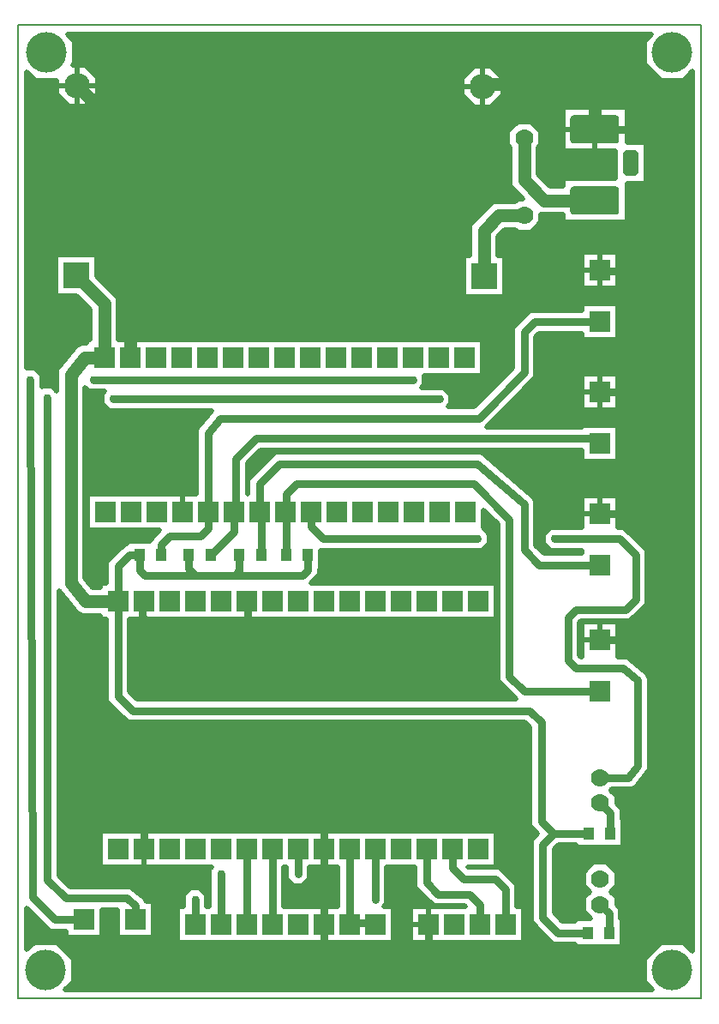
<source format=gbr>
G04 PROTEUS GERBER X2 FILE*
%TF.GenerationSoftware,Labcenter,Proteus,8.6-SP2-Build23525*%
%TF.CreationDate,2019-05-04T20:14:25+00:00*%
%TF.FileFunction,Copper,L1,Top*%
%TF.FilePolarity,Positive*%
%TF.Part,Single*%
%FSLAX45Y45*%
%MOMM*%
G01*
%TA.AperFunction,Conductor*%
%ADD10C,1.270000*%
%ADD11C,0.762000*%
%TA.AperFunction,ViaPad*%
%ADD12C,0.762000*%
%TA.AperFunction,Conductor*%
%ADD13C,0.508000*%
%TA.AperFunction,ComponentPad*%
%ADD14R,2.032000X2.032000*%
%TA.AperFunction,ComponentPad*%
%ADD15R,2.540000X2.540000*%
%ADD16C,2.540000*%
%AMPPAD007*
4,1,36,
-2.413000,-1.092200,
-2.413000,1.092200,
-2.406940,1.154520,
-2.389490,1.212160,
-2.361770,1.263980,
-2.324890,1.308890,
-2.279980,1.345760,
-2.228160,1.373480,
-2.170520,1.390930,
-2.108200,1.397000,
2.108200,1.397000,
2.170520,1.390930,
2.228160,1.373480,
2.279980,1.345760,
2.324890,1.308890,
2.361770,1.263980,
2.389490,1.212160,
2.406940,1.154520,
2.413000,1.092200,
2.413000,-1.092200,
2.406940,-1.154520,
2.389490,-1.212160,
2.361770,-1.263980,
2.324890,-1.308890,
2.279980,-1.345760,
2.228160,-1.373480,
2.170520,-1.390930,
2.108200,-1.397000,
-2.108200,-1.397000,
-2.170520,-1.390930,
-2.228160,-1.373480,
-2.279980,-1.345760,
-2.324890,-1.308890,
-2.361770,-1.263980,
-2.389490,-1.212160,
-2.406940,-1.154520,
-2.413000,-1.092200,
0*%
%TA.AperFunction,ComponentPad*%
%ADD17PPAD007*%
%AMDIL008*
4,1,8,
-0.762000,0.965200,-0.457200,1.270000,0.457200,1.270000,0.762000,0.965200,0.762000,-0.965200,
0.457200,-1.270000,-0.457200,-1.270000,-0.762000,-0.965200,-0.762000,0.965200,
0*%
%ADD18DIL008*%
%TA.AperFunction,ComponentPad*%
%ADD19C,1.778000*%
%TA.AperFunction,SMDPad,CuDef*%
%ADD70R,1.016000X1.270000*%
%TA.AperFunction,OtherPad,Unknown*%
%ADD71C,4.000000*%
%TA.AperFunction,Profile*%
%ADD20C,0.203200*%
%TD.AperFunction*%
G36*
X-4216199Y+6024405D02*
X-4216199Y+5795595D01*
X-4054405Y+5633801D01*
X-3825595Y+5633801D01*
X-3736359Y+5723037D01*
X-3736359Y-2963037D01*
X-3825595Y-2873801D01*
X-4054405Y-2873801D01*
X-4216199Y-3035595D01*
X-4216199Y-3264405D01*
X-4136963Y-3343641D01*
X-9933037Y-3343641D01*
X-9853801Y-3264405D01*
X-9853801Y-3035595D01*
X-10015595Y-2873801D01*
X-10244405Y-2873801D01*
X-10313641Y-2943037D01*
X-10313641Y-2538001D01*
X-10087343Y-2764299D01*
X-9927799Y-2764299D01*
X-9927799Y-2827799D01*
X-9572201Y-2827799D01*
X-9572201Y-2554299D01*
X-9419799Y-2554299D01*
X-9419799Y-2827799D01*
X-9064201Y-2827799D01*
X-9064201Y-2472201D01*
X-9133332Y-2472201D01*
X-9150400Y-2436814D01*
X-9290086Y-2325701D01*
X-9882657Y-2325701D01*
X-9995701Y-2212657D01*
X-9995701Y+590625D01*
X-9817411Y+376678D01*
X-9761093Y+350301D01*
X-9591799Y+350301D01*
X-9591799Y+312201D01*
X-9528299Y+312201D01*
X-9528299Y-493343D01*
X-9317344Y-704298D01*
X-5394460Y-704298D01*
X-5344298Y-750280D01*
X-5344298Y-1727344D01*
X-5271642Y-1800000D01*
X-5334299Y-1862657D01*
X-5334299Y-2677343D01*
X-5117344Y-2894298D01*
X-4900359Y-2894298D01*
X-4900359Y-2919699D01*
X-4433001Y-2919699D01*
X-4433001Y-2640301D01*
X-4445701Y-2640301D01*
X-4445701Y-2542657D01*
X-4484901Y-2503457D01*
X-4484901Y-2431614D01*
X-4541515Y-2375000D01*
X-4484901Y-2318386D01*
X-4484901Y-2181614D01*
X-4581614Y-2084901D01*
X-4718386Y-2084901D01*
X-4815099Y-2181614D01*
X-4815099Y-2318386D01*
X-4758485Y-2375000D01*
X-4815099Y-2431614D01*
X-4815099Y-2568386D01*
X-4743184Y-2640301D01*
X-4900359Y-2640301D01*
X-4900359Y-2665702D01*
X-5022656Y-2665702D01*
X-5105701Y-2582657D01*
X-5105701Y-1957343D01*
X-5062657Y-1914299D01*
X-4890359Y-1914299D01*
X-4890359Y-1939699D01*
X-4423001Y-1939699D01*
X-4423001Y-1660301D01*
X-4435701Y-1660301D01*
X-4435701Y-1552657D01*
X-4484901Y-1503457D01*
X-4484901Y-1431614D01*
X-4541515Y-1375000D01*
X-4530813Y-1364298D01*
X-4343016Y-1364298D01*
X-4294750Y-1340165D01*
X-4165701Y-1168098D01*
X-4165701Y-264976D01*
X-4186614Y-219505D01*
X-4377719Y-55701D01*
X-4472201Y-55701D01*
X-4472201Y+285799D01*
X-4827799Y+285799D01*
X-4827799Y-55701D01*
X-4842657Y-55701D01*
X-4855701Y-42657D01*
X-4855701Y+282657D01*
X-4842656Y+295702D01*
X-4352656Y+295702D01*
X-4185701Y+462657D01*
X-4185701Y+997343D01*
X-4412657Y+1224299D01*
X-4472201Y+1224299D01*
X-4472201Y+1535799D01*
X-4827799Y+1535799D01*
X-4827799Y+1224299D01*
X-5147344Y+1224299D01*
X-5214299Y+1157344D01*
X-5214299Y+1062656D01*
X-5147344Y+995701D01*
X-4827799Y+995701D01*
X-4827799Y+964299D01*
X-5202657Y+964299D01*
X-5285701Y+1047343D01*
X-5285701Y+1475024D01*
X-5306614Y+1520495D01*
X-5824386Y+1964299D01*
X-7863343Y+1964299D01*
X-8130298Y+1697344D01*
X-8130298Y+1547799D01*
X-8135701Y+1547799D01*
X-8135701Y+1852657D01*
X-8002657Y+1985701D01*
X-4827799Y+1985701D01*
X-4827799Y+1872201D01*
X-4472201Y+1872201D01*
X-4472201Y+2227799D01*
X-4827799Y+2227799D01*
X-4827799Y+2214299D01*
X-5774059Y+2214299D01*
X-5285701Y+2702657D01*
X-5285701Y+3102657D01*
X-5252657Y+3135701D01*
X-4827799Y+3135701D01*
X-4827799Y+3072201D01*
X-4472201Y+3072201D01*
X-4472201Y+3427799D01*
X-4827799Y+3427799D01*
X-4827799Y+3364299D01*
X-5347343Y+3364299D01*
X-5514299Y+3197343D01*
X-5514299Y+2797343D01*
X-5897343Y+2414299D01*
X-6152058Y+2414299D01*
X-6123701Y+2442656D01*
X-6123701Y+2537344D01*
X-6190656Y+2604299D01*
X-6414058Y+2604299D01*
X-6385701Y+2632656D01*
X-6385701Y+2722201D01*
X-5816201Y+2722201D01*
X-5816201Y+3077799D01*
X-9410301Y+3077799D01*
X-9410301Y+3487865D01*
X-9626801Y+3704365D01*
X-9626801Y+3913199D01*
X-10033199Y+3913199D01*
X-10033199Y+3506801D01*
X-9824365Y+3506801D01*
X-9689699Y+3372135D01*
X-9689699Y+3077799D01*
X-9727799Y+3077799D01*
X-9727799Y+3039699D01*
X-9771307Y+3039699D01*
X-9827933Y+3012976D01*
X-10019699Y+2780117D01*
X-10019699Y+2571342D01*
X-10062656Y+2614299D01*
X-10157344Y+2614299D01*
X-10165232Y+2606411D01*
X-10165701Y+2727344D01*
X-10232656Y+2794299D01*
X-10313641Y+2794299D01*
X-10313641Y+5713037D01*
X-10234405Y+5633801D01*
X-10023199Y+5633801D01*
X-10023199Y+5495832D01*
X-9904168Y+5376801D01*
X-9735832Y+5376801D01*
X-9616801Y+5495832D01*
X-9616801Y+5664168D01*
X-9735832Y+5783199D01*
X-9856197Y+5783199D01*
X-9843801Y+5795595D01*
X-9843801Y+6024405D01*
X-9913037Y+6093641D01*
X-4146963Y+6093641D01*
X-4216199Y+6024405D01*
G37*
%LPC*%
G36*
X-5680201Y-2127799D02*
X-5960559Y-2127799D01*
X-5952657Y-2135701D01*
X-5640657Y-2135701D01*
X-5473701Y-2302657D01*
X-5473701Y-2522201D01*
X-5410201Y-2522201D01*
X-5410201Y-2877799D01*
X-6527799Y-2877799D01*
X-6527799Y-2522201D01*
X-5981441Y-2522201D01*
X-5989343Y-2514299D01*
X-6297343Y-2514299D01*
X-6480299Y-2331343D01*
X-6480299Y-2127799D01*
X-6759701Y-2127799D01*
X-6759701Y-2497344D01*
X-6784558Y-2522201D01*
X-6694201Y-2522201D01*
X-6694201Y-2877799D01*
X-8827799Y-2877799D01*
X-8827799Y-2522201D01*
X-8764299Y-2522201D01*
X-8764299Y-2402656D01*
X-8697344Y-2335701D01*
X-8602656Y-2335701D01*
X-8535701Y-2402656D01*
X-8535701Y-2522201D01*
X-8510299Y-2522201D01*
X-8510299Y-2152656D01*
X-8485442Y-2127799D01*
X-9591799Y-2127799D01*
X-9591799Y-1772201D01*
X-5680201Y-1772201D01*
X-5680201Y-2127799D01*
G37*
G36*
X-4382501Y+5023199D02*
X-4197601Y+5023199D01*
X-4197601Y+4616801D01*
X-4382501Y+4616801D01*
X-4382501Y+4234101D01*
X-5017499Y+4234101D01*
X-5017499Y+4310301D01*
X-5234901Y+4310301D01*
X-5234901Y+4231614D01*
X-5331614Y+4134901D01*
X-5468386Y+4134901D01*
X-5493786Y+4160301D01*
X-5592135Y+4160301D01*
X-5660301Y+4092135D01*
X-5660301Y+3903199D01*
X-5596801Y+3903199D01*
X-5596801Y+3496801D01*
X-6003199Y+3496801D01*
X-6003199Y+3903199D01*
X-5939699Y+3903199D01*
X-5939699Y+4207865D01*
X-5707865Y+4439699D01*
X-5493786Y+4439699D01*
X-5468386Y+4465099D01*
X-5412663Y+4465099D01*
X-5539699Y+4592135D01*
X-5539699Y+4968214D01*
X-5565099Y+4993614D01*
X-5565099Y+5130386D01*
X-5468386Y+5227099D01*
X-5331614Y+5227099D01*
X-5234901Y+5130386D01*
X-5234901Y+4993614D01*
X-5260301Y+4968214D01*
X-5260301Y+4707865D01*
X-5142135Y+4589699D01*
X-5017499Y+4589699D01*
X-5017499Y+4665899D01*
X-4502399Y+4665899D01*
X-4502399Y+4934101D01*
X-5017499Y+4934101D01*
X-5017499Y+5365899D01*
X-4382501Y+5365899D01*
X-4382501Y+5023199D01*
G37*
G36*
X-5725832Y+5773199D02*
X-5894168Y+5773199D01*
X-6013199Y+5654168D01*
X-6013199Y+5485832D01*
X-5894168Y+5366801D01*
X-5725832Y+5366801D01*
X-5606801Y+5485832D01*
X-5606801Y+5654168D01*
X-5725832Y+5773199D01*
G37*
G36*
X-4472201Y+3580201D02*
X-4472201Y+3935799D01*
X-4827799Y+3935799D01*
X-4827799Y+3580201D01*
X-4472201Y+3580201D01*
G37*
G36*
X-4472201Y+2380201D02*
X-4472201Y+2735799D01*
X-4827799Y+2735799D01*
X-4827799Y+2380201D01*
X-4472201Y+2380201D01*
G37*
%LPD*%
G36*
X-7240299Y-2522201D02*
X-7773701Y-2522201D01*
X-7773702Y-2127799D01*
X-7750299Y-2127799D01*
X-7750299Y-2247344D01*
X-7683344Y-2314299D01*
X-7588656Y-2314299D01*
X-7521701Y-2247344D01*
X-7521701Y-2127799D01*
X-7240298Y-2127799D01*
X-7240299Y-2522201D01*
G37*
G36*
X-9707344Y+2565701D02*
X-9545942Y+2565701D01*
X-9574299Y+2537344D01*
X-9574299Y+2442656D01*
X-9507344Y+2375701D01*
X-8485718Y+2375701D01*
X-8638299Y+2191126D01*
X-8638299Y+1547799D01*
X-9717799Y+1547799D01*
X-9717799Y+1192201D01*
X-9006081Y+1192201D01*
X-9100939Y+1097343D01*
X-9100939Y+1089699D01*
X-9326999Y+1089699D01*
X-9326999Y+1064299D01*
X-9347343Y+1064299D01*
X-9528299Y+883343D01*
X-9528299Y+667799D01*
X-9591799Y+667799D01*
X-9591799Y+629699D01*
X-9664569Y+629699D01*
X-9740301Y+720577D01*
X-9740301Y+2598658D01*
X-9707344Y+2565701D01*
G37*
G36*
X-5664299Y+1252657D02*
X-5664299Y-297343D01*
X-5485940Y-475702D01*
X-9222656Y-475702D01*
X-9299701Y-398657D01*
X-9299701Y+312201D01*
X-5680201Y+312201D01*
X-5680201Y+667799D01*
X-7507199Y+667799D01*
X-7422341Y+752657D01*
X-7422341Y+810301D01*
X-7409641Y+810301D01*
X-7409641Y+995701D01*
X-5812656Y+995701D01*
X-5745701Y+1062656D01*
X-5745701Y+1157344D01*
X-5806201Y+1217844D01*
X-5806201Y+1394559D01*
X-5664299Y+1252657D01*
G37*
D10*
X-4700000Y+5150000D02*
X-4700000Y+5400000D01*
X-4900000Y+5600000D01*
X-5683000Y+5600000D01*
X-5810000Y+5570000D01*
X-4700000Y+4450000D02*
X-5200000Y+4450000D01*
X-5400000Y+4650000D01*
X-5400000Y+5062000D01*
X-5400000Y+4300000D02*
X-5650000Y+4300000D01*
X-5800000Y+4150000D01*
X-5800000Y+3827000D01*
X-5800000Y+3700000D01*
X-9830000Y+3710000D02*
X-9550000Y+3430000D01*
X-9550000Y+2900000D01*
X-9820000Y+5580000D02*
X-9350000Y+5110000D01*
X-9296000Y+5056000D01*
X-9296000Y+2900000D01*
D11*
X-9200000Y+950000D02*
X-9300000Y+950000D01*
X-9414000Y+836000D01*
X-9414000Y+490000D01*
X-8986640Y+950000D02*
X-8986640Y+1050000D01*
X-8936640Y+1100000D01*
X-8900000Y+1136640D01*
X-8650000Y+1136640D01*
X-8600000Y+1136640D01*
X-8524000Y+1212640D01*
X-8524000Y+1370000D01*
X-8500000Y+950000D02*
X-8270000Y+1180000D01*
X-8270000Y+1370000D01*
X-8000000Y+950000D02*
X-8000000Y+1268400D01*
X-8016000Y+1370000D01*
X-7750000Y+950000D02*
X-7750000Y+1268400D01*
X-7762000Y+1370000D01*
X-4100000Y+3850000D02*
X-4200000Y+3750000D01*
X-4548400Y+3750000D01*
X-4650000Y+3758000D01*
X-4650000Y+2558000D02*
X-4200000Y+2558000D01*
X-4100000Y+2658000D01*
X-4650000Y+1358000D02*
X-4200000Y+1358000D01*
X-4100000Y+1458000D01*
X-8142000Y-2700000D02*
X-8142000Y-2051600D01*
X-8144000Y-1950000D01*
X-7888000Y-2700000D02*
X-7888000Y-2051600D01*
X-7890000Y-1950000D01*
X-7380000Y-2700000D02*
X-7380000Y-2051600D01*
X-7382000Y-1950000D01*
X-7126000Y-2700000D02*
X-7126000Y-2051600D01*
X-7128000Y-1950000D01*
X-5842000Y-2700000D02*
X-5842000Y-2500000D01*
X-5942000Y-2400000D01*
X-6250000Y-2400000D01*
X-6366000Y-2284000D01*
X-6366000Y-1950000D01*
X-5588000Y-2700000D02*
X-5588000Y-2400000D01*
X-5588000Y-2350000D01*
X-5688000Y-2250000D01*
X-6000000Y-2250000D01*
X-6112000Y-2138000D01*
X-6112000Y-1950000D01*
X-7536640Y+950000D02*
X-7536640Y+800000D01*
X-7586640Y+750000D01*
X-8263360Y+750000D01*
X-8650000Y+750000D02*
X-8713360Y+813360D01*
X-8713360Y+950000D01*
X-9200000Y+950000D02*
X-9200000Y+800000D01*
X-9150000Y+750000D01*
X-8650000Y+750000D01*
X-8263360Y+750000D01*
X-8213360Y+800000D01*
X-8213360Y+950000D01*
X-8016000Y+1370000D02*
X-8016000Y+1650000D01*
X-7816000Y+1850000D01*
X-5866667Y+1850000D01*
X-5400000Y+1450000D01*
X-5400000Y+1000000D01*
X-5250000Y+850000D01*
X-4650000Y+850000D01*
X-4650000Y+3250000D02*
X-5300000Y+3250000D01*
X-5400000Y+3150000D01*
X-5400000Y+2750000D01*
X-5850000Y+2300000D01*
X-8400000Y+2300000D01*
X-8524000Y+2150000D01*
X-8524000Y+1370000D01*
X-4650000Y+2050000D02*
X-4700000Y+2100000D01*
X-8050000Y+2100000D01*
X-8250000Y+1900000D01*
X-8250000Y+1471600D01*
X-8270000Y+1370000D01*
X-8396000Y-2700000D02*
X-8396000Y-2200000D01*
X-7636000Y-2200000D02*
X-7636000Y-1950000D01*
X-8650000Y-2700000D02*
X-8650000Y-2450000D01*
X-6874000Y-2450000D02*
X-6874000Y-1950000D01*
X-7126000Y-2700000D02*
X-7024400Y-2680000D01*
X-6973600Y-2680000D01*
X-6872000Y-2700000D01*
D10*
X-9550000Y+2900000D02*
X-9740000Y+2900000D01*
X-9880000Y+2730000D01*
X-9880000Y+670000D01*
X-9730000Y+490000D01*
X-9414000Y+490000D01*
D11*
X-9750000Y-2650000D02*
X-10040000Y-2650000D01*
X-10260000Y-2430000D01*
X-10280000Y+2680000D01*
X-9660000Y+2680000D02*
X-6500000Y+2680000D01*
X-9242000Y-2650000D02*
X-9242000Y-2510000D01*
X-9330000Y-2440000D01*
X-9930000Y-2440000D01*
X-10110000Y-2260000D01*
X-10110000Y+2500000D01*
X-9460000Y+2490000D02*
X-6238000Y+2490000D01*
X-4650000Y-400000D02*
X-5100000Y-400000D01*
X-5250000Y-400000D01*
X-5400000Y-400000D01*
X-5550000Y-250000D01*
X-5550000Y+670000D01*
X-5550000Y+1300000D01*
X-5900000Y+1650000D01*
X-7600000Y+1650000D01*
X-7650000Y+1650000D01*
X-7750000Y+1550000D01*
X-7750000Y+1471600D01*
X-7762000Y+1370000D01*
X-6350000Y-2700000D02*
X-6350000Y-2920000D01*
X-6430000Y-3000000D01*
X-7380000Y-2700000D02*
X-7380000Y-2920000D01*
X-7300000Y-3000000D01*
X-6430000Y-3000000D01*
X-4100000Y+208000D02*
X-4100000Y+1458000D01*
X-4100000Y+2658000D01*
X-4100000Y+3850000D01*
X-4100000Y+5050000D01*
X-4200000Y+5150000D01*
X-4458700Y+5150000D01*
X-4700000Y+5150000D01*
X-4650000Y+108000D02*
X-4200000Y+108000D01*
X-4100000Y+208000D01*
X-4650000Y-1250000D02*
X-4370000Y-1250000D01*
X-4280000Y-1130000D01*
X-4280000Y-290000D01*
X-4420000Y-170000D01*
X-4890000Y-170000D01*
X-4970000Y-90000D01*
X-4970000Y+330000D01*
X-4890000Y+410000D01*
X-4400000Y+410000D01*
X-4300000Y+510000D01*
X-4300000Y+950000D01*
X-4460000Y+1110000D01*
X-5100000Y+1110000D01*
X-5860000Y+1110000D02*
X-7390000Y+1110000D01*
X-7508000Y+1228000D01*
X-7508000Y+1370000D01*
X-9160000Y-1950000D02*
X-9160000Y-1720000D01*
X-9100000Y-1660000D01*
X-7480000Y-1660000D01*
X-7382000Y-1758000D01*
X-7382000Y-1950000D01*
X-4550000Y-1800000D02*
X-4550000Y-1600000D01*
X-4650000Y-1500000D01*
X-4560000Y-2780000D02*
X-4560000Y-2716500D01*
X-4560000Y-2590000D01*
X-4650000Y-2500000D01*
X-4773360Y-2780000D02*
X-5070000Y-2780000D01*
X-5220000Y-2630000D01*
X-5220000Y-2470000D01*
X-5220000Y-2440000D01*
X-4763360Y-1800000D02*
X-4814160Y-1800000D01*
X-5060000Y-1800000D01*
X-5110000Y-1800000D01*
X-5220000Y-1910000D01*
X-5220000Y-2440000D01*
X-5110000Y-1800000D02*
X-5230000Y-1680000D01*
X-5230000Y-700000D01*
X-5350000Y-590000D01*
X-9270000Y-590000D01*
X-9414000Y-446000D01*
X-9414000Y+490000D01*
X-9160000Y+490000D02*
X-9170000Y+388400D01*
X-9170000Y+340000D01*
X-9080000Y+250000D01*
X-8200000Y+250000D01*
X-8130000Y+320000D01*
X-8130000Y+388400D01*
X-8144000Y+490000D01*
X-6430000Y-3000000D02*
X-4520000Y-3000000D01*
X-4100000Y-2580000D01*
X-4100000Y+208000D01*
D12*
X-8396000Y-2200000D03*
X-7636000Y-2200000D03*
X-8650000Y-2450000D03*
X-6874000Y-2450000D03*
X-10280000Y+2680000D03*
X-9660000Y+2680000D03*
X-6500000Y+2680000D03*
X-10110000Y+2500000D03*
X-9460000Y+2490000D03*
X-6238000Y+2490000D03*
X-5100000Y+1110000D03*
X-5860000Y+1110000D03*
X-5220000Y-2440000D03*
D13*
X-4216199Y+6024405D02*
X-4216199Y+5795595D01*
X-4054405Y+5633801D01*
X-3825595Y+5633801D01*
X-3736359Y+5723037D01*
X-3736359Y-2963037D01*
X-3825595Y-2873801D01*
X-4054405Y-2873801D01*
X-4216199Y-3035595D01*
X-4216199Y-3264405D01*
X-4136963Y-3343641D01*
X-9933037Y-3343641D01*
X-9853801Y-3264405D01*
X-9853801Y-3035595D01*
X-10015595Y-2873801D01*
X-10244405Y-2873801D01*
X-10313641Y-2943037D01*
X-10313641Y-2538001D01*
X-10087343Y-2764299D01*
X-9927799Y-2764299D01*
X-9927799Y-2827799D01*
X-9572201Y-2827799D01*
X-9572201Y-2554299D01*
X-9419799Y-2554299D01*
X-9419799Y-2827799D01*
X-9064201Y-2827799D01*
X-9064201Y-2472201D01*
X-9133332Y-2472201D01*
X-9150400Y-2436814D01*
X-9290086Y-2325701D01*
X-9882657Y-2325701D01*
X-9995701Y-2212657D01*
X-9995701Y+590625D01*
X-9817411Y+376678D01*
X-9761093Y+350301D01*
X-9591799Y+350301D01*
X-9591799Y+312201D01*
X-9528299Y+312201D01*
X-9528299Y-493343D01*
X-9317344Y-704298D01*
X-5394460Y-704298D01*
X-5344298Y-750280D01*
X-5344298Y-1727344D01*
X-5271642Y-1800000D01*
X-5334299Y-1862657D01*
X-5334299Y-2677343D01*
X-5117344Y-2894298D01*
X-4900359Y-2894298D01*
X-4900359Y-2919699D01*
X-4433001Y-2919699D01*
X-4433001Y-2640301D01*
X-4445701Y-2640301D01*
X-4445701Y-2542657D01*
X-4484901Y-2503457D01*
X-4484901Y-2431614D01*
X-4541515Y-2375000D01*
X-4484901Y-2318386D01*
X-4484901Y-2181614D01*
X-4581614Y-2084901D01*
X-4718386Y-2084901D01*
X-4815099Y-2181614D01*
X-4815099Y-2318386D01*
X-4758485Y-2375000D01*
X-4815099Y-2431614D01*
X-4815099Y-2568386D01*
X-4743184Y-2640301D01*
X-4900359Y-2640301D01*
X-4900359Y-2665702D01*
X-5022656Y-2665702D01*
X-5105701Y-2582657D01*
X-5105701Y-1957343D01*
X-5062657Y-1914299D01*
X-4890359Y-1914299D01*
X-4890359Y-1939699D01*
X-4423001Y-1939699D01*
X-4423001Y-1660301D01*
X-4435701Y-1660301D01*
X-4435701Y-1552657D01*
X-4484901Y-1503457D01*
X-4484901Y-1431614D01*
X-4541515Y-1375000D01*
X-4530813Y-1364298D01*
X-4343016Y-1364298D01*
X-4294750Y-1340165D01*
X-4165701Y-1168098D01*
X-4165701Y-264976D01*
X-4186614Y-219505D01*
X-4377719Y-55701D01*
X-4472201Y-55701D01*
X-4472201Y+285799D01*
X-4827799Y+285799D01*
X-4827799Y-55701D01*
X-4842657Y-55701D01*
X-4855701Y-42657D01*
X-4855701Y+282657D01*
X-4842656Y+295702D01*
X-4352656Y+295702D01*
X-4185701Y+462657D01*
X-4185701Y+997343D01*
X-4412657Y+1224299D01*
X-4472201Y+1224299D01*
X-4472201Y+1535799D01*
X-4827799Y+1535799D01*
X-4827799Y+1224299D01*
X-5147344Y+1224299D01*
X-5214299Y+1157344D01*
X-5214299Y+1062656D01*
X-5147344Y+995701D01*
X-4827799Y+995701D01*
X-4827799Y+964299D01*
X-5202657Y+964299D01*
X-5285701Y+1047343D01*
X-5285701Y+1475024D01*
X-5306614Y+1520495D01*
X-5824386Y+1964299D01*
X-7863343Y+1964299D01*
X-8130298Y+1697344D01*
X-8130298Y+1547799D01*
X-8135701Y+1547799D01*
X-8135701Y+1852657D01*
X-8002657Y+1985701D01*
X-4827799Y+1985701D01*
X-4827799Y+1872201D01*
X-4472201Y+1872201D01*
X-4472201Y+2227799D01*
X-4827799Y+2227799D01*
X-4827799Y+2214299D01*
X-5774059Y+2214299D01*
X-5285701Y+2702657D01*
X-5285701Y+3102657D01*
X-5252657Y+3135701D01*
X-4827799Y+3135701D01*
X-4827799Y+3072201D01*
X-4472201Y+3072201D01*
X-4472201Y+3427799D01*
X-4827799Y+3427799D01*
X-4827799Y+3364299D01*
X-5347343Y+3364299D01*
X-5514299Y+3197343D01*
X-5514299Y+2797343D01*
X-5897343Y+2414299D01*
X-6152058Y+2414299D01*
X-6123701Y+2442656D01*
X-6123701Y+2537344D01*
X-6190656Y+2604299D01*
X-6414058Y+2604299D01*
X-6385701Y+2632656D01*
X-6385701Y+2722201D01*
X-5816201Y+2722201D01*
X-5816201Y+3077799D01*
X-9410301Y+3077799D01*
X-9410301Y+3487865D01*
X-9626801Y+3704365D01*
X-9626801Y+3913199D01*
X-10033199Y+3913199D01*
X-10033199Y+3506801D01*
X-9824365Y+3506801D01*
X-9689699Y+3372135D01*
X-9689699Y+3077799D01*
X-9727799Y+3077799D01*
X-9727799Y+3039699D01*
X-9771307Y+3039699D01*
X-9827933Y+3012976D01*
X-10019699Y+2780117D01*
X-10019699Y+2571342D01*
X-10062656Y+2614299D01*
X-10157344Y+2614299D01*
X-10165232Y+2606411D01*
X-10165701Y+2727344D01*
X-10232656Y+2794299D01*
X-10313641Y+2794299D01*
X-10313641Y+5713037D01*
X-10234405Y+5633801D01*
X-10023199Y+5633801D01*
X-10023199Y+5495832D01*
X-9904168Y+5376801D01*
X-9735832Y+5376801D01*
X-9616801Y+5495832D01*
X-9616801Y+5664168D01*
X-9735832Y+5783199D01*
X-9856197Y+5783199D01*
X-9843801Y+5795595D01*
X-9843801Y+6024405D01*
X-9913037Y+6093641D01*
X-4146963Y+6093641D01*
X-4216199Y+6024405D01*
X-5680201Y-2127799D02*
X-5960559Y-2127799D01*
X-5952657Y-2135701D01*
X-5640657Y-2135701D01*
X-5473701Y-2302657D01*
X-5473701Y-2522201D01*
X-5410201Y-2522201D01*
X-5410201Y-2877799D01*
X-6527799Y-2877799D01*
X-6527799Y-2522201D01*
X-5981441Y-2522201D01*
X-5989343Y-2514299D01*
X-6297343Y-2514299D01*
X-6480299Y-2331343D01*
X-6480299Y-2127799D01*
X-6759701Y-2127799D01*
X-6759701Y-2497344D01*
X-6784558Y-2522201D01*
X-6694201Y-2522201D01*
X-6694201Y-2877799D01*
X-8827799Y-2877799D01*
X-8827799Y-2522201D01*
X-8764299Y-2522201D01*
X-8764299Y-2402656D01*
X-8697344Y-2335701D01*
X-8602656Y-2335701D01*
X-8535701Y-2402656D01*
X-8535701Y-2522201D01*
X-8510299Y-2522201D01*
X-8510299Y-2152656D01*
X-8485442Y-2127799D01*
X-9591799Y-2127799D01*
X-9591799Y-1772201D01*
X-5680201Y-1772201D01*
X-5680201Y-2127799D01*
X-4382501Y+5023199D02*
X-4197601Y+5023199D01*
X-4197601Y+4616801D01*
X-4382501Y+4616801D01*
X-4382501Y+4234101D01*
X-5017499Y+4234101D01*
X-5017499Y+4310301D01*
X-5234901Y+4310301D01*
X-5234901Y+4231614D01*
X-5331614Y+4134901D01*
X-5468386Y+4134901D01*
X-5493786Y+4160301D01*
X-5592135Y+4160301D01*
X-5660301Y+4092135D01*
X-5660301Y+3903199D01*
X-5596801Y+3903199D01*
X-5596801Y+3496801D01*
X-6003199Y+3496801D01*
X-6003199Y+3903199D01*
X-5939699Y+3903199D01*
X-5939699Y+4207865D01*
X-5707865Y+4439699D01*
X-5493786Y+4439699D01*
X-5468386Y+4465099D01*
X-5412663Y+4465099D01*
X-5539699Y+4592135D01*
X-5539699Y+4968214D01*
X-5565099Y+4993614D01*
X-5565099Y+5130386D01*
X-5468386Y+5227099D01*
X-5331614Y+5227099D01*
X-5234901Y+5130386D01*
X-5234901Y+4993614D01*
X-5260301Y+4968214D01*
X-5260301Y+4707865D01*
X-5142135Y+4589699D01*
X-5017499Y+4589699D01*
X-5017499Y+4665899D01*
X-4502399Y+4665899D01*
X-4502399Y+4934101D01*
X-5017499Y+4934101D01*
X-5017499Y+5365899D01*
X-4382501Y+5365899D01*
X-4382501Y+5023199D01*
X-5725832Y+5773199D02*
X-5894168Y+5773199D01*
X-6013199Y+5654168D01*
X-6013199Y+5485832D01*
X-5894168Y+5366801D01*
X-5725832Y+5366801D01*
X-5606801Y+5485832D01*
X-5606801Y+5654168D01*
X-5725832Y+5773199D01*
X-4472201Y+3580201D02*
X-4472201Y+3935799D01*
X-4827799Y+3935799D01*
X-4827799Y+3580201D01*
X-4472201Y+3580201D01*
X-4472201Y+2380201D02*
X-4472201Y+2735799D01*
X-4827799Y+2735799D01*
X-4827799Y+2380201D01*
X-4472201Y+2380201D01*
X-9707344Y+2565701D02*
X-9545942Y+2565701D01*
X-9574299Y+2537344D01*
X-9574299Y+2442656D01*
X-9507344Y+2375701D01*
X-8485718Y+2375701D01*
X-8638299Y+2191126D01*
X-8638299Y+1547799D01*
X-9717799Y+1547799D01*
X-9717799Y+1192201D01*
X-9006081Y+1192201D01*
X-9100939Y+1097343D01*
X-9100939Y+1089699D01*
X-9326999Y+1089699D01*
X-9326999Y+1064299D01*
X-9347343Y+1064299D01*
X-9528299Y+883343D01*
X-9528299Y+667799D01*
X-9591799Y+667799D01*
X-9591799Y+629699D01*
X-9664569Y+629699D01*
X-9740301Y+720577D01*
X-9740301Y+2598658D01*
X-9707344Y+2565701D01*
X-5664299Y+1252657D02*
X-5664299Y-297343D01*
X-5485940Y-475702D01*
X-9222656Y-475702D01*
X-9299701Y-398657D01*
X-9299701Y+312201D01*
X-5680201Y+312201D01*
X-5680201Y+667799D01*
X-7507199Y+667799D01*
X-7422341Y+752657D01*
X-7422341Y+810301D01*
X-7409641Y+810301D01*
X-7409641Y+995701D01*
X-5812656Y+995701D01*
X-5745701Y+1062656D01*
X-5745701Y+1157344D01*
X-5806201Y+1217844D01*
X-5806201Y+1394559D01*
X-5664299Y+1252657D01*
X-7240299Y-2522201D02*
X-7773701Y-2522201D01*
X-7773702Y-2127799D01*
X-7750299Y-2127799D01*
X-7750299Y-2247344D01*
X-7683344Y-2314299D01*
X-7588656Y-2314299D01*
X-7521701Y-2247344D01*
X-7521701Y-2127799D01*
X-7240298Y-2127799D01*
X-7240299Y-2522201D01*
X-8778000Y+1547799D02*
X-8778000Y+1370000D01*
X-9296000Y+3077799D02*
X-9296000Y+2900000D01*
X-9160000Y-2127799D02*
X-9160000Y-1950000D01*
X-9160000Y-1772201D02*
X-9160000Y-1950000D01*
X-7382000Y-2127799D02*
X-7382000Y-1950000D01*
X-7382000Y-1772201D02*
X-7382000Y-1950000D01*
X-8144000Y+312201D02*
X-8144000Y+490000D01*
X-9160000Y+312201D02*
X-9160000Y+490000D01*
X-5606801Y+5570000D02*
X-5810000Y+5570000D01*
X-6013199Y+5570000D02*
X-5810000Y+5570000D01*
X-5810000Y+5773199D02*
X-5810000Y+5570000D01*
X-5810000Y+5366801D02*
X-5810000Y+5570000D01*
X-9616801Y+5580000D02*
X-9820000Y+5580000D01*
X-10023199Y+5580000D02*
X-9820000Y+5580000D01*
X-9820000Y+5783199D02*
X-9820000Y+5580000D01*
X-9820000Y+5376801D02*
X-9820000Y+5580000D01*
X-4700000Y+4934101D02*
X-4700000Y+5150000D01*
X-4700000Y+5365899D02*
X-4700000Y+5150000D01*
X-4382501Y+5150000D02*
X-4700000Y+5150000D01*
X-5017499Y+5150000D02*
X-4700000Y+5150000D01*
X-4650000Y+3580201D02*
X-4650000Y+3758000D01*
X-4650000Y+3935799D02*
X-4650000Y+3758000D01*
X-4472201Y+3758000D02*
X-4650000Y+3758000D01*
X-4827799Y+3758000D02*
X-4650000Y+3758000D01*
X-4650000Y+2380201D02*
X-4650000Y+2558000D01*
X-4650000Y+2735799D02*
X-4650000Y+2558000D01*
X-4472201Y+2558000D02*
X-4650000Y+2558000D01*
X-4827799Y+2558000D02*
X-4650000Y+2558000D01*
X-4650000Y+1535799D02*
X-4650000Y+1358000D01*
X-4472201Y+1358000D02*
X-4650000Y+1358000D01*
X-4827799Y+1358000D02*
X-4650000Y+1358000D01*
X-4650000Y+285799D02*
X-4650000Y+108000D01*
X-4472201Y+108000D02*
X-4650000Y+108000D01*
X-4827799Y+108000D02*
X-4650000Y+108000D01*
X-7380000Y-2877799D02*
X-7380000Y-2700000D01*
X-7380000Y-2522201D02*
X-7380000Y-2700000D01*
X-6527799Y-2700000D02*
X-6350000Y-2700000D01*
X-6350000Y-2522201D02*
X-6350000Y-2700000D01*
X-6350000Y-2877799D02*
X-6350000Y-2700000D01*
D14*
X-9540000Y+1370000D03*
X-9286000Y+1370000D03*
X-9032000Y+1370000D03*
X-8778000Y+1370000D03*
X-8524000Y+1370000D03*
X-8270000Y+1370000D03*
X-8016000Y+1370000D03*
X-7762000Y+1370000D03*
X-7508000Y+1370000D03*
X-7254000Y+1370000D03*
X-7000000Y+1370000D03*
X-6746000Y+1370000D03*
X-6492000Y+1370000D03*
X-6238000Y+1370000D03*
X-5984000Y+1370000D03*
X-5994000Y+2900000D03*
X-6248000Y+2900000D03*
X-6502000Y+2900000D03*
X-6756000Y+2900000D03*
X-7010000Y+2900000D03*
X-7264000Y+2900000D03*
X-7518000Y+2900000D03*
X-7772000Y+2900000D03*
X-8026000Y+2900000D03*
X-8280000Y+2900000D03*
X-8534000Y+2900000D03*
X-8788000Y+2900000D03*
X-9042000Y+2900000D03*
X-9296000Y+2900000D03*
X-9550000Y+2900000D03*
X-9414000Y-1950000D03*
X-9160000Y-1950000D03*
X-8906000Y-1950000D03*
X-8652000Y-1950000D03*
X-8398000Y-1950000D03*
X-8144000Y-1950000D03*
X-7890000Y-1950000D03*
X-7636000Y-1950000D03*
X-7382000Y-1950000D03*
X-7128000Y-1950000D03*
X-6874000Y-1950000D03*
X-6620000Y-1950000D03*
X-6366000Y-1950000D03*
X-6112000Y-1950000D03*
X-5858000Y-1950000D03*
X-5858000Y+490000D03*
X-6112000Y+490000D03*
X-6366000Y+490000D03*
X-6620000Y+490000D03*
X-6874000Y+490000D03*
X-7128000Y+490000D03*
X-7382000Y+490000D03*
X-7636000Y+490000D03*
X-7890000Y+490000D03*
X-8144000Y+490000D03*
X-8398000Y+490000D03*
X-8652000Y+490000D03*
X-8906000Y+490000D03*
X-9160000Y+490000D03*
X-9414000Y+490000D03*
D15*
X-5800000Y+3700000D03*
D16*
X-5810000Y+5570000D03*
D15*
X-9830000Y+3710000D03*
D16*
X-9820000Y+5580000D03*
D17*
X-4700000Y+4450000D03*
X-4700000Y+5150000D03*
D18*
X-4350000Y+4820000D03*
D14*
X-4650000Y+3250000D03*
X-4650000Y+3758000D03*
X-4650000Y+2050000D03*
X-4650000Y+2558000D03*
X-4650000Y+850000D03*
X-4650000Y+1358000D03*
X-4650000Y-400000D03*
X-4650000Y+108000D03*
X-8650000Y-2700000D03*
X-8396000Y-2700000D03*
X-8142000Y-2700000D03*
X-7888000Y-2700000D03*
X-7634000Y-2700000D03*
X-7380000Y-2700000D03*
X-7126000Y-2700000D03*
X-6872000Y-2700000D03*
D19*
X-5400000Y+5062000D03*
X-5400000Y+4300000D03*
D14*
X-5588000Y-2700000D03*
X-5842000Y-2700000D03*
X-6096000Y-2700000D03*
X-6350000Y-2700000D03*
X-9750000Y-2650000D03*
X-9242000Y-2650000D03*
D19*
X-4650000Y-1500000D03*
X-4650000Y-1250000D03*
X-4650000Y-2500000D03*
X-4650000Y-2250000D03*
D70*
X-8986640Y+950000D03*
X-9200000Y+950000D03*
X-8500000Y+950000D03*
X-8713360Y+950000D03*
X-8000000Y+950000D03*
X-8213360Y+950000D03*
X-7750000Y+950000D03*
X-7536640Y+950000D03*
X-4550000Y-1800000D03*
X-4763360Y-1800000D03*
X-4560000Y-2780000D03*
X-4773360Y-2780000D03*
D71*
X-10120000Y+5910000D03*
X-3940000Y+5910000D03*
X-10130000Y-3150000D03*
X-3940000Y-3150000D03*
D20*
X-10400000Y-3430000D02*
X-3650000Y-3430000D01*
X-3650000Y+6180000D01*
X-10400000Y+6180000D01*
X-10400000Y-3430000D01*
M02*

</source>
